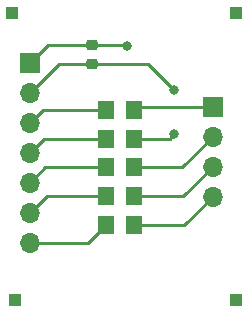
<source format=gbr>
G04 #@! TF.GenerationSoftware,KiCad,Pcbnew,8.0.01-1-dev-1e03266dfe*
G04 #@! TF.CreationDate,2024-03-02T01:48:17-08:00*
G04 #@! TF.ProjectId,sfh7074_breakoutboard,73666837-3037-4345-9f62-7265616b6f75,rev?*
G04 #@! TF.SameCoordinates,Original*
G04 #@! TF.FileFunction,Copper,L1,Top*
G04 #@! TF.FilePolarity,Positive*
%FSLAX46Y46*%
G04 Gerber Fmt 4.6, Leading zero omitted, Abs format (unit mm)*
G04 Created by KiCad (PCBNEW 8.0.01-1-dev-1e03266dfe) date 2024-03-02 01:48:17*
%MOMM*%
%LPD*%
G01*
G04 APERTURE LIST*
G04 Aperture macros list*
%AMRoundRect*
0 Rectangle with rounded corners*
0 $1 Rounding radius*
0 $2 $3 $4 $5 $6 $7 $8 $9 X,Y pos of 4 corners*
0 Add a 4 corners polygon primitive as box body*
4,1,4,$2,$3,$4,$5,$6,$7,$8,$9,$2,$3,0*
0 Add four circle primitives for the rounded corners*
1,1,$1+$1,$2,$3*
1,1,$1+$1,$4,$5*
1,1,$1+$1,$6,$7*
1,1,$1+$1,$8,$9*
0 Add four rect primitives between the rounded corners*
20,1,$1+$1,$2,$3,$4,$5,0*
20,1,$1+$1,$4,$5,$6,$7,0*
20,1,$1+$1,$6,$7,$8,$9,0*
20,1,$1+$1,$8,$9,$2,$3,0*%
G04 Aperture macros list end*
G04 #@! TA.AperFunction,ComponentPad*
%ADD10R,1.700000X1.700000*%
G04 #@! TD*
G04 #@! TA.AperFunction,ComponentPad*
%ADD11O,1.700000X1.700000*%
G04 #@! TD*
G04 #@! TA.AperFunction,ComponentPad*
%ADD12R,1.000000X1.000000*%
G04 #@! TD*
G04 #@! TA.AperFunction,SMDPad,CuDef*
%ADD13R,1.320000X1.500000*%
G04 #@! TD*
G04 #@! TA.AperFunction,SMDPad,CuDef*
%ADD14RoundRect,0.225000X0.250000X-0.225000X0.250000X0.225000X-0.250000X0.225000X-0.250000X-0.225000X0*%
G04 #@! TD*
G04 #@! TA.AperFunction,ViaPad*
%ADD15C,0.800000*%
G04 #@! TD*
G04 #@! TA.AperFunction,Conductor*
%ADD16C,0.250000*%
G04 #@! TD*
G04 APERTURE END LIST*
D10*
X24000000Y-21000000D03*
D11*
X24000000Y-23540000D03*
X24000000Y-26080000D03*
X24000000Y-28620000D03*
X24000000Y-31160000D03*
X24000000Y-33700000D03*
X24000000Y-36240000D03*
D10*
X39500000Y-24650000D03*
D11*
X39500000Y-27190000D03*
X39500000Y-29730000D03*
X39500000Y-32270000D03*
D12*
X41500000Y-41000000D03*
X41500000Y-16750000D03*
X22750000Y-41000000D03*
X22500000Y-16750000D03*
D13*
X30500000Y-24930000D03*
X30500000Y-27370000D03*
X30500000Y-29810000D03*
X30500000Y-32250000D03*
X30500000Y-34690000D03*
X32820000Y-34690000D03*
X32820000Y-32250000D03*
X32820000Y-29810000D03*
X32820000Y-27370000D03*
X32820000Y-24930000D03*
D14*
X29250000Y-21025000D03*
X29250000Y-19475000D03*
D15*
X32250000Y-19500000D03*
X36250000Y-23250000D03*
X36250000Y-27000000D03*
D16*
X29250000Y-19475000D02*
X25525000Y-19475000D01*
X25525000Y-19475000D02*
X24000000Y-21000000D01*
X32225000Y-19475000D02*
X29250000Y-19475000D01*
X32250000Y-19500000D02*
X32225000Y-19475000D01*
X26515000Y-21025000D02*
X29250000Y-21025000D01*
X35880000Y-27370000D02*
X36250000Y-27000000D01*
X36250000Y-23250000D02*
X34025000Y-21025000D01*
X34025000Y-21025000D02*
X29250000Y-21025000D01*
X24000000Y-23540000D02*
X26515000Y-21025000D01*
X32820000Y-27370000D02*
X35880000Y-27370000D01*
X30500000Y-29810000D02*
X25350000Y-29810000D01*
X25350000Y-29810000D02*
X24000000Y-31160000D01*
X39500000Y-27190000D02*
X36880000Y-29810000D01*
X36880000Y-29810000D02*
X32820000Y-29810000D01*
X24000000Y-26080000D02*
X25150000Y-24930000D01*
X25150000Y-24930000D02*
X30500000Y-24930000D01*
X33100000Y-24650000D02*
X32820000Y-24930000D01*
X39500000Y-24650000D02*
X33100000Y-24650000D01*
X39640000Y-29600000D02*
X39750000Y-29710000D01*
X36980000Y-32250000D02*
X32820000Y-32250000D01*
X39500000Y-29730000D02*
X36980000Y-32250000D01*
X39750000Y-32250000D02*
X39500000Y-32250000D01*
X37080000Y-34690000D02*
X32820000Y-34690000D01*
X39500000Y-32270000D02*
X37080000Y-34690000D01*
X28950000Y-36240000D02*
X30500000Y-34690000D01*
X24000000Y-36240000D02*
X28950000Y-36240000D01*
X25450000Y-32250000D02*
X24000000Y-33700000D01*
X30500000Y-32250000D02*
X25450000Y-32250000D01*
X25250000Y-27370000D02*
X24000000Y-28620000D01*
X30500000Y-27370000D02*
X25250000Y-27370000D01*
M02*

</source>
